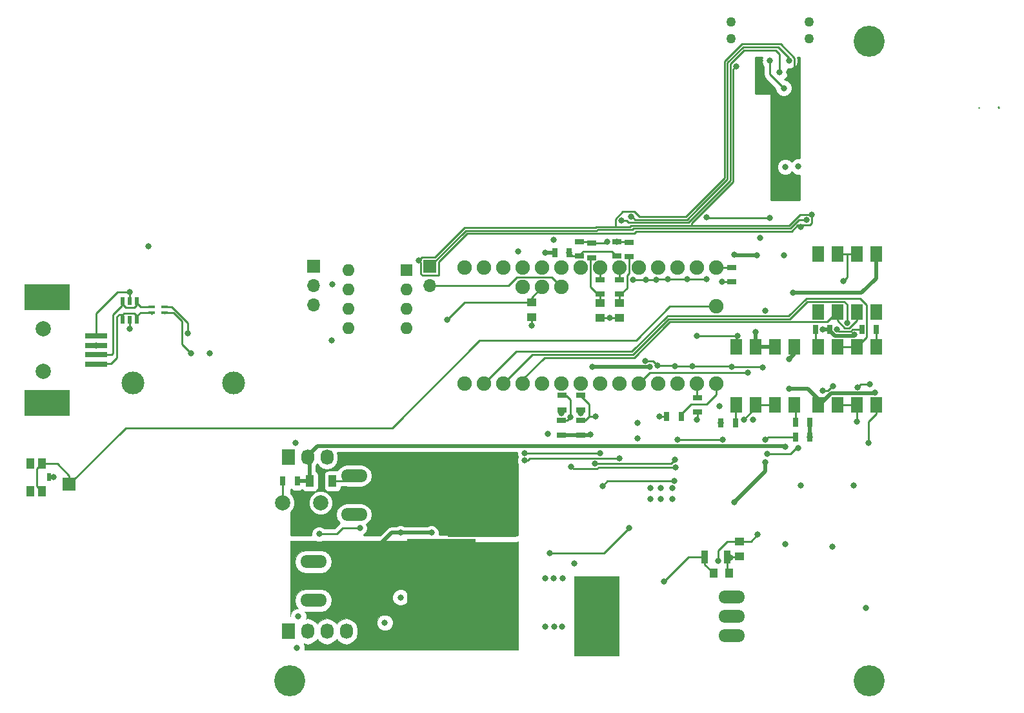
<source format=gbl>
G04 #@! TF.GenerationSoftware,KiCad,Pcbnew,5.1.9+dfsg1-1~bpo10+1*
G04 #@! TF.CreationDate,2021-11-10T17:09:55+00:00*
G04 #@! TF.ProjectId,dropbot_control_board,64726f70-626f-4745-9f63-6f6e74726f6c,v3.6*
G04 #@! TF.SameCoordinates,Original*
G04 #@! TF.FileFunction,Copper,L4,Bot*
G04 #@! TF.FilePolarity,Positive*
%FSLAX46Y46*%
G04 Gerber Fmt 4.6, Leading zero omitted, Abs format (unit mm)*
G04 Created by KiCad (PCBNEW 5.1.9+dfsg1-1~bpo10+1) date 2021-11-10 17:09:55*
%MOMM*%
%LPD*%
G01*
G04 APERTURE LIST*
G04 #@! TA.AperFunction,ComponentPad*
%ADD10C,3.000000*%
G04 #@! TD*
G04 #@! TA.AperFunction,ComponentPad*
%ADD11R,1.727200X2.032000*%
G04 #@! TD*
G04 #@! TA.AperFunction,ComponentPad*
%ADD12O,1.727200X2.032000*%
G04 #@! TD*
G04 #@! TA.AperFunction,ComponentPad*
%ADD13O,3.500120X1.699260*%
G04 #@! TD*
G04 #@! TA.AperFunction,SMDPad,CuDef*
%ADD14R,9.000000X11.000000*%
G04 #@! TD*
G04 #@! TA.AperFunction,SMDPad,CuDef*
%ADD15R,6.000000X10.500000*%
G04 #@! TD*
G04 #@! TA.AperFunction,SMDPad,CuDef*
%ADD16R,1.524000X2.032000*%
G04 #@! TD*
G04 #@! TA.AperFunction,ComponentPad*
%ADD17C,1.998980*%
G04 #@! TD*
G04 #@! TA.AperFunction,SMDPad,CuDef*
%ADD18R,0.700000X1.300000*%
G04 #@! TD*
G04 #@! TA.AperFunction,SMDPad,CuDef*
%ADD19R,0.900000X1.700000*%
G04 #@! TD*
G04 #@! TA.AperFunction,SMDPad,CuDef*
%ADD20R,1.300000X0.700000*%
G04 #@! TD*
G04 #@! TA.AperFunction,ComponentPad*
%ADD21C,1.270000*%
G04 #@! TD*
G04 #@! TA.AperFunction,SMDPad,CuDef*
%ADD22R,1.250000X1.000000*%
G04 #@! TD*
G04 #@! TA.AperFunction,ComponentPad*
%ADD23C,4.064000*%
G04 #@! TD*
G04 #@! TA.AperFunction,SMDPad,CuDef*
%ADD24R,1.000000X1.600000*%
G04 #@! TD*
G04 #@! TA.AperFunction,ComponentPad*
%ADD25R,1.700000X1.700000*%
G04 #@! TD*
G04 #@! TA.AperFunction,SMDPad,CuDef*
%ADD26R,0.500000X1.100000*%
G04 #@! TD*
G04 #@! TA.AperFunction,SMDPad,CuDef*
%ADD27R,1.050000X1.400000*%
G04 #@! TD*
G04 #@! TA.AperFunction,SMDPad,CuDef*
%ADD28R,2.997200X0.711200*%
G04 #@! TD*
G04 #@! TA.AperFunction,SMDPad,CuDef*
%ADD29R,6.045200X3.403600*%
G04 #@! TD*
G04 #@! TA.AperFunction,ComponentPad*
%ADD30C,2.000000*%
G04 #@! TD*
G04 #@! TA.AperFunction,ComponentPad*
%ADD31O,1.700000X1.700000*%
G04 #@! TD*
G04 #@! TA.AperFunction,ComponentPad*
%ADD32R,1.600000X1.600000*%
G04 #@! TD*
G04 #@! TA.AperFunction,ComponentPad*
%ADD33O,1.600000X1.600000*%
G04 #@! TD*
G04 #@! TA.AperFunction,SMDPad,CuDef*
%ADD34R,1.000000X1.250000*%
G04 #@! TD*
G04 #@! TA.AperFunction,SMDPad,CuDef*
%ADD35R,0.599440X1.099820*%
G04 #@! TD*
G04 #@! TA.AperFunction,SMDPad,CuDef*
%ADD36R,0.899160X0.398780*%
G04 #@! TD*
G04 #@! TA.AperFunction,ComponentPad*
%ADD37C,1.900000*%
G04 #@! TD*
G04 #@! TA.AperFunction,ViaPad*
%ADD38C,0.800000*%
G04 #@! TD*
G04 #@! TA.AperFunction,Conductor*
%ADD39C,0.254000*%
G04 #@! TD*
G04 #@! TA.AperFunction,Conductor*
%ADD40C,0.500000*%
G04 #@! TD*
G04 #@! TA.AperFunction,Conductor*
%ADD41C,0.100000*%
G04 #@! TD*
G04 APERTURE END LIST*
D10*
X60570000Y-69900000D03*
X47430000Y-69900000D03*
D11*
X67767000Y-102551000D03*
D12*
X70307000Y-102551000D03*
X72847000Y-102551000D03*
X75387000Y-102551000D03*
D13*
X76403000Y-84644000D03*
X76403000Y-87184000D03*
X76403000Y-82104000D03*
D14*
X93167000Y-84644000D03*
D13*
X71069000Y-95947000D03*
X71069000Y-98487000D03*
X71069000Y-93407000D03*
D14*
X87833000Y-95947000D03*
D13*
X126000000Y-100600000D03*
X126000000Y-98060000D03*
X126000000Y-103140000D03*
D15*
X108236000Y-100600000D03*
D16*
X137290000Y-65190000D03*
X139830000Y-65190000D03*
X142370000Y-65190000D03*
X144910000Y-65190000D03*
X144910000Y-72810000D03*
X142370000Y-72810000D03*
X139830000Y-72810000D03*
X137290000Y-72810000D03*
X134210000Y-72810000D03*
X131670000Y-72810000D03*
X129130000Y-72810000D03*
X126590000Y-72810000D03*
X126590000Y-65190000D03*
X129130000Y-65190000D03*
X131670000Y-65190000D03*
X134210000Y-65190000D03*
D11*
X67767000Y-79691000D03*
D12*
X70307000Y-79691000D03*
X72847000Y-79691000D03*
D17*
X72044360Y-85660000D03*
X67043100Y-85660000D03*
D18*
X143050000Y-62900000D03*
X144950000Y-62900000D03*
X138850000Y-62900000D03*
X136950000Y-62900000D03*
X136250000Y-77000000D03*
X134350000Y-77000000D03*
X124550000Y-75200000D03*
X126450000Y-75200000D03*
X136250000Y-75100000D03*
X134350000Y-75100000D03*
D19*
X122450000Y-92800000D03*
X125350000Y-92800000D03*
D20*
X110900000Y-53250000D03*
X110900000Y-51350000D03*
X106000000Y-53250000D03*
X106000000Y-51350000D03*
X106200000Y-74850000D03*
X106200000Y-76750000D03*
X103600000Y-74850000D03*
X103600000Y-76750000D03*
D21*
X136130800Y-22473200D03*
X125869200Y-22473200D03*
X136130800Y-24733800D03*
X125869200Y-24733800D03*
D22*
X108700000Y-59400000D03*
X108700000Y-61400000D03*
X111200000Y-61400000D03*
X111200000Y-59400000D03*
D18*
X104650000Y-52800000D03*
X102750000Y-52800000D03*
X67050000Y-82800000D03*
X68950000Y-82800000D03*
D20*
X103700000Y-73450000D03*
X103700000Y-71550000D03*
X106200000Y-73450000D03*
X106200000Y-71550000D03*
X108700000Y-58250000D03*
X108700000Y-56350000D03*
X111200000Y-58250000D03*
X111200000Y-56350000D03*
X107600000Y-51550000D03*
X107600000Y-53450000D03*
X112500000Y-51450000D03*
X112500000Y-53350000D03*
D23*
X144000000Y-25000000D03*
D18*
X119350000Y-74300000D03*
X117450000Y-74300000D03*
D20*
X121500000Y-73750000D03*
X121500000Y-71850000D03*
X126000000Y-54750000D03*
X126000000Y-56650000D03*
D23*
X68000000Y-109000000D03*
X144000000Y-109000000D03*
D24*
X73600000Y-82800000D03*
X70600000Y-82800000D03*
D25*
X39050000Y-83200000D03*
D26*
X36400000Y-82300000D03*
D27*
X33975000Y-80500000D03*
X33975000Y-84100000D03*
X35425000Y-80500000D03*
X35425000Y-84100000D03*
D28*
X42610400Y-63731830D03*
X42610400Y-64976430D03*
X42610400Y-66171030D03*
X42610400Y-67465630D03*
D29*
X36181660Y-58679770D03*
X36181660Y-72520230D03*
D30*
X35600000Y-62842830D03*
X35600000Y-68354630D03*
D25*
X71120000Y-54610000D03*
D31*
X71120000Y-57150000D03*
X71120000Y-59690000D03*
D25*
X86360000Y-54610000D03*
D31*
X86360000Y-57150000D03*
D32*
X83300000Y-55100000D03*
D33*
X75680000Y-62720000D03*
X83300000Y-57640000D03*
X75680000Y-60180000D03*
X83300000Y-60180000D03*
X75680000Y-57640000D03*
X83300000Y-62720000D03*
X75680000Y-55100000D03*
D16*
X144910000Y-60610000D03*
X142370000Y-60610000D03*
X139830000Y-60610000D03*
X137290000Y-60610000D03*
X137290000Y-52990000D03*
X139830000Y-52990000D03*
X142370000Y-52990000D03*
X144910000Y-52990000D03*
D34*
X125600000Y-94900000D03*
X123600000Y-94900000D03*
D22*
X127000000Y-90700000D03*
X127000000Y-92700000D03*
X99700000Y-61300000D03*
X99700000Y-59300000D03*
D35*
X47949960Y-61649680D03*
X47000000Y-61649680D03*
X46050040Y-61649680D03*
X46050040Y-59150320D03*
X47000000Y-59150320D03*
X47949960Y-59150320D03*
D36*
X49851640Y-60698780D03*
X51548360Y-60698780D03*
X51548360Y-59901220D03*
X49851640Y-59901220D03*
D37*
X98564000Y-57320000D03*
X101104000Y-57320000D03*
X103644000Y-57320000D03*
X123964000Y-59860000D03*
X93484000Y-70020000D03*
X96024000Y-70020000D03*
X98564000Y-70020000D03*
X101104000Y-70020000D03*
X103644000Y-70020000D03*
X106184000Y-70020000D03*
X108724000Y-70020000D03*
X111264000Y-70020000D03*
X113804000Y-70020000D03*
X116344000Y-70020000D03*
X118884000Y-70020000D03*
X121424000Y-70020000D03*
X123964000Y-70020000D03*
X123964000Y-54780000D03*
X121424000Y-54780000D03*
X118884000Y-54780000D03*
X116344000Y-54780000D03*
X113804000Y-54780000D03*
X111264000Y-54780000D03*
X108724000Y-54780000D03*
X106184000Y-54780000D03*
X103644000Y-54780000D03*
X101104000Y-54780000D03*
X98564000Y-54780000D03*
X96024000Y-54780000D03*
X93484000Y-54780000D03*
X90944000Y-54780000D03*
X90944000Y-70020000D03*
D38*
X122700000Y-56300000D03*
X120100000Y-56300000D03*
X120800000Y-67700000D03*
X117600000Y-56300000D03*
X118500000Y-67700000D03*
X114600000Y-67000000D03*
X130000000Y-67900000D03*
X126000000Y-67800000D03*
X116100000Y-56400000D03*
X116200000Y-67600000D03*
X113000000Y-56400000D03*
X114700000Y-56400000D03*
X142000000Y-83400000D03*
X135000000Y-83400000D03*
X102700000Y-101900000D03*
X103700000Y-101900000D03*
X101500000Y-101900000D03*
X102600000Y-95600000D03*
X103800000Y-95600000D03*
X101500000Y-95600000D03*
X110000000Y-61400000D03*
X99700000Y-62400000D03*
X129400000Y-89800000D03*
X127000000Y-90700000D03*
X124155000Y-93280000D03*
X57500000Y-66000000D03*
X135000000Y-49400000D03*
X137900000Y-70900000D03*
X144100000Y-70100000D03*
X142500000Y-70500000D03*
X139300000Y-70300000D03*
X139800000Y-62900000D03*
X133540000Y-29102600D03*
X126600000Y-28300000D03*
X84900000Y-53800000D03*
X136500000Y-47800000D03*
X137290000Y-52990000D03*
X143900000Y-77800000D03*
X73550000Y-57000000D03*
X73500000Y-64300000D03*
X133000000Y-44600000D03*
X133000000Y-45600000D03*
X129730000Y-27578600D03*
X131800000Y-44600000D03*
X69100000Y-100600000D03*
X68700000Y-77800000D03*
X80451000Y-101408000D03*
X82499000Y-98072980D03*
X124550000Y-75200000D03*
X128800000Y-74700000D03*
X113600000Y-77200000D03*
X102600000Y-51100000D03*
X105300000Y-93600000D03*
X116662000Y-85152000D03*
X118186000Y-83755000D03*
X118186000Y-85152000D03*
X116662000Y-83755000D03*
X115265000Y-83755000D03*
X115265000Y-85152000D03*
X139200000Y-91400000D03*
X133000000Y-91100000D03*
X143600000Y-99500000D03*
X132800000Y-53150000D03*
X129700000Y-50900000D03*
X68900000Y-104700000D03*
X121400000Y-63700000D03*
X126700000Y-63700000D03*
X109000000Y-83450000D03*
X118400000Y-82800000D03*
X86563000Y-89597000D03*
X82499000Y-89597000D03*
X129100000Y-63200000D03*
X71831000Y-89724000D03*
X77165000Y-88962000D03*
X135800000Y-48500000D03*
X132800000Y-31200000D03*
X131000000Y-27578600D03*
X142400000Y-75000000D03*
X140600000Y-56500000D03*
X88600000Y-61600000D03*
X128100000Y-68600000D03*
X141100000Y-62000000D03*
X134000000Y-58100000D03*
X133500000Y-70700000D03*
X144800000Y-71200000D03*
X133500000Y-66800000D03*
X133000000Y-78300000D03*
X111500000Y-48600000D03*
X109600000Y-51400000D03*
X132270000Y-29102600D03*
X112800000Y-48100000D03*
X110900000Y-51400000D03*
X133540000Y-27578600D03*
X98800000Y-80100000D03*
X111200000Y-79800000D03*
X98800000Y-79100000D03*
X108700000Y-79100000D03*
X104800000Y-74400000D03*
X104900000Y-80900000D03*
X118600000Y-81000000D03*
X108000000Y-80500000D03*
X108100000Y-74300000D03*
X118500000Y-80000000D03*
X130600000Y-79200000D03*
X134700000Y-78500000D03*
X122650000Y-48160000D03*
X131000000Y-48240000D03*
X130400000Y-77400000D03*
X129130000Y-72810000D03*
X127600000Y-74700000D03*
X124700000Y-56600000D03*
X118900000Y-77400000D03*
X124800000Y-77400000D03*
X103600000Y-73900000D03*
X106200000Y-73900000D03*
X104600000Y-52800000D03*
X116450000Y-74300000D03*
X121400000Y-74700000D03*
X36957000Y-82296000D03*
X42610400Y-64976430D03*
X47000000Y-62800000D03*
X35433000Y-72644000D03*
X33909000Y-80518000D03*
X33975000Y-84100000D03*
X35581660Y-58679770D03*
X49400000Y-52000000D03*
X133000000Y-41550000D03*
X134700000Y-41500000D03*
X47000008Y-58000000D03*
X54600000Y-63400000D03*
X55000000Y-66000000D03*
X137290000Y-60610000D03*
X144900000Y-60700000D03*
X117100000Y-96000000D03*
X125800000Y-92900000D03*
X102100000Y-92300000D03*
X112500000Y-89000000D03*
X124400000Y-73000000D03*
X130400000Y-60400000D03*
X130400000Y-80300000D03*
X126300000Y-85600000D03*
X142100000Y-63600000D03*
X129300000Y-53150000D03*
X126300000Y-53100000D03*
X137900000Y-62900000D03*
X101800000Y-76600000D03*
X97950000Y-52600000D03*
X136250000Y-77000000D03*
X113600000Y-75200000D03*
X101500000Y-52800000D03*
X115200000Y-67800000D03*
X107700000Y-67800000D03*
X107400000Y-76700000D03*
D39*
X158424000Y-33726000D02*
X158400000Y-33750000D01*
X160964000Y-33714000D02*
X161000000Y-33750000D01*
X116200000Y-67600000D02*
X115600000Y-67000000D01*
X115600000Y-67000000D02*
X114600000Y-67000000D01*
X126000000Y-67800000D02*
X129900000Y-67800000D01*
X129900000Y-67800000D02*
X130000000Y-67900000D01*
X120800000Y-67700000D02*
X125900000Y-67700000D01*
X125900000Y-67700000D02*
X126000000Y-67800000D01*
X120800000Y-67700000D02*
X118500000Y-67700000D01*
X118400000Y-67600000D02*
X118500000Y-67700000D01*
X116200000Y-67600000D02*
X118400000Y-67600000D01*
X114700000Y-56400000D02*
X113000000Y-56400000D01*
X116100000Y-56400000D02*
X114700000Y-56400000D01*
X116200000Y-56300000D02*
X116100000Y-56400000D01*
X117600000Y-56300000D02*
X120100000Y-56300000D01*
X120100000Y-56300000D02*
X122700000Y-56300000D01*
X117600000Y-56300000D02*
X116200000Y-56300000D01*
X111200000Y-61400000D02*
X110000000Y-61400000D01*
X110000000Y-61400000D02*
X108700000Y-61400000D01*
X99700000Y-61300000D02*
X99700000Y-62400000D01*
X127000000Y-90700000D02*
X128500000Y-90700000D01*
X128500000Y-90700000D02*
X129400000Y-89800000D01*
X124155000Y-93280000D02*
X124155000Y-91945000D01*
X125400000Y-90700000D02*
X127000000Y-90700000D01*
X124155000Y-91945000D02*
X125400000Y-90700000D01*
X137900000Y-70900000D02*
X138600000Y-70900000D01*
X134900000Y-49300000D02*
X135000000Y-49400000D01*
X134900000Y-49200000D02*
X134900000Y-49300000D01*
X142900000Y-70100000D02*
X144100000Y-70100000D01*
X142500000Y-70500000D02*
X142900000Y-70100000D01*
X139200000Y-70300000D02*
X139300000Y-70300000D01*
X138600000Y-70900000D02*
X139200000Y-70300000D01*
X143050000Y-62900000D02*
X142800000Y-62900000D01*
X143050000Y-62900000D02*
X141800000Y-62900000D01*
X140000000Y-63100000D02*
X139800000Y-62900000D01*
X141600000Y-63100000D02*
X140000000Y-63100000D01*
X141800000Y-62900000D02*
X141600000Y-63100000D01*
X110700000Y-49418998D02*
X110700000Y-48400000D01*
X133537400Y-29100000D02*
X133540000Y-29102600D01*
X133537400Y-29100000D02*
X133500000Y-29100000D01*
X134200000Y-28442600D02*
X133540000Y-29102600D01*
X134200000Y-27200000D02*
X134200000Y-28442600D01*
X132400000Y-25400000D02*
X134200000Y-27200000D01*
X127322364Y-25400000D02*
X132400000Y-25400000D01*
X125037996Y-27684368D02*
X127322364Y-25400000D01*
X125037996Y-42984368D02*
X125037996Y-27684368D01*
X119946372Y-48075992D02*
X125037996Y-42984368D01*
X113900000Y-48075992D02*
X119946372Y-48075992D01*
X113224008Y-47400000D02*
X113900000Y-48075992D01*
X111700000Y-47400000D02*
X113224008Y-47400000D01*
X110700000Y-48400000D02*
X111700000Y-47400000D01*
X126600000Y-28300000D02*
X126581002Y-28300000D01*
X120700000Y-48938818D02*
X126181002Y-43457816D01*
X120700000Y-48938818D02*
X120700000Y-49218998D01*
X126181002Y-28700000D02*
X126181002Y-43457816D01*
X126581002Y-28300000D02*
X126181002Y-28700000D01*
X84900000Y-53800000D02*
X85200000Y-54100000D01*
X134961182Y-47800000D02*
X133542184Y-49218998D01*
X133542184Y-49218998D02*
X120700000Y-49218998D01*
X120700000Y-49218998D02*
X112800000Y-49218998D01*
X112800000Y-49218998D02*
X112600000Y-49418998D01*
X112600000Y-49418998D02*
X110700000Y-49418998D01*
X110700000Y-49418998D02*
X108200000Y-49418998D01*
X108200000Y-49418998D02*
X108100000Y-49518998D01*
X108100000Y-49518998D02*
X90912184Y-49518998D01*
X90912184Y-49518998D02*
X87031182Y-53400000D01*
X87031182Y-53400000D02*
X85300000Y-53400000D01*
X85300000Y-53400000D02*
X84900000Y-53800000D01*
X136500000Y-47800000D02*
X134961182Y-47800000D01*
X136500000Y-48900000D02*
X136500000Y-47800000D01*
X136200000Y-49200000D02*
X136500000Y-48900000D01*
X134638818Y-49200000D02*
X134900000Y-49200000D01*
X134900000Y-49200000D02*
X136200000Y-49200000D01*
X133838818Y-50000000D02*
X134638818Y-49200000D01*
X113481002Y-50000000D02*
X133838818Y-50000000D01*
X113200000Y-50281002D02*
X113481002Y-50000000D01*
X91227816Y-50281002D02*
X113200000Y-50281002D01*
X87554409Y-53954409D02*
X91227816Y-50281002D01*
X87554409Y-55745591D02*
X87554409Y-53954409D01*
X87500000Y-55800000D02*
X87554409Y-55745591D01*
X85400000Y-55800000D02*
X87500000Y-55800000D01*
X85200000Y-55600000D02*
X85400000Y-55800000D01*
X85200000Y-54100000D02*
X85200000Y-55600000D01*
X144910000Y-72810000D02*
X144910000Y-73990000D01*
X143900000Y-75000000D02*
X143900000Y-77800000D01*
X144910000Y-73990000D02*
X143900000Y-75000000D01*
X129700000Y-27600000D02*
X129708600Y-27600000D01*
X129708600Y-27600000D02*
X129730000Y-27578600D01*
X80500000Y-101400000D02*
X80459000Y-101400000D01*
X80459000Y-101400000D02*
X80451000Y-101408000D01*
X82500000Y-98100000D02*
X82500000Y-98073980D01*
X82500000Y-98073980D02*
X82499000Y-98072980D01*
X75707000Y-82800000D02*
X76403000Y-82104000D01*
X73600000Y-82800000D02*
X75707000Y-82800000D01*
D40*
X132800000Y-53150000D02*
X132800000Y-53200000D01*
D39*
X121400000Y-63700000D02*
X126700000Y-63700000D01*
X126700000Y-63700000D02*
X126590000Y-63810000D01*
X126590000Y-63810000D02*
X126590000Y-65190000D01*
X126600000Y-65180000D02*
X126590000Y-65190000D01*
X109650000Y-82800000D02*
X118400000Y-82800000D01*
X109000000Y-83450000D02*
X109650000Y-82800000D01*
X126450000Y-75200000D02*
X126450000Y-72950000D01*
X126450000Y-72950000D02*
X126590000Y-72810000D01*
D40*
X82499000Y-89597000D02*
X86563000Y-89597000D01*
X71069000Y-95947000D02*
X75006000Y-95947000D01*
X81356000Y-89597000D02*
X82499000Y-89597000D01*
X75006000Y-95947000D02*
X81356000Y-89597000D01*
X129130000Y-65190000D02*
X131670000Y-65190000D01*
X129130000Y-63230000D02*
X129130000Y-65190000D01*
X129100000Y-63200000D02*
X129130000Y-63230000D01*
D39*
X71831000Y-89724000D02*
X74117000Y-89724000D01*
X74117000Y-89724000D02*
X74879000Y-88962000D01*
X74879000Y-88962000D02*
X77165000Y-88962000D01*
X91070000Y-49900000D02*
X108300000Y-49900000D01*
X86360000Y-54610000D02*
X91070000Y-49900000D01*
X134800000Y-48500000D02*
X135800000Y-48500000D01*
X133700000Y-49600000D02*
X113100000Y-49600000D01*
X134800000Y-48500000D02*
X133700000Y-49600000D01*
X112900000Y-49800000D02*
X113100000Y-49600000D01*
X108300000Y-49900000D02*
X108400000Y-49800000D01*
X112900000Y-49800000D02*
X108400000Y-49800000D01*
X131000000Y-27578600D02*
X131000000Y-29400000D01*
X131000000Y-29400000D02*
X132800000Y-31200000D01*
X130800000Y-27778600D02*
X131000000Y-27578600D01*
X142370000Y-72810000D02*
X142370000Y-74970000D01*
X142370000Y-74970000D02*
X142400000Y-75000000D01*
X139830000Y-72810000D02*
X142370000Y-72810000D01*
X141100000Y-52990000D02*
X141100000Y-56000000D01*
X141100000Y-56000000D02*
X140600000Y-56500000D01*
X139830000Y-52990000D02*
X141100000Y-52990000D01*
X141100000Y-52990000D02*
X142370000Y-52990000D01*
X99700000Y-59300000D02*
X99700000Y-58724000D01*
X99700000Y-58724000D02*
X101104000Y-57320000D01*
X90900000Y-59300000D02*
X99700000Y-59300000D01*
X88600000Y-61600000D02*
X90900000Y-59300000D01*
X86360000Y-57150000D02*
X96650000Y-57150000D01*
X102324000Y-56000000D02*
X103644000Y-57320000D01*
X97800000Y-56000000D02*
X102324000Y-56000000D01*
X96650000Y-57150000D02*
X97800000Y-56000000D01*
X113804000Y-70020000D02*
X113804000Y-69996000D01*
X113804000Y-69996000D02*
X115200000Y-68600000D01*
X115200000Y-68600000D02*
X128100000Y-68600000D01*
X136200000Y-58818998D02*
X135761182Y-58818998D01*
X136200000Y-58818998D02*
X142818998Y-58818998D01*
X142370000Y-65190000D02*
X143700000Y-63860000D01*
X143700000Y-59700000D02*
X143700000Y-63860000D01*
X142818998Y-58818998D02*
X143700000Y-59700000D01*
X133442184Y-61137996D02*
X117545550Y-61137996D01*
X135761182Y-58818998D02*
X133442184Y-61137996D01*
X97704000Y-65800000D02*
X93484000Y-70020000D01*
X117500000Y-61183546D02*
X112883546Y-65800000D01*
X112883546Y-65800000D02*
X97704000Y-65800000D01*
X140800000Y-65190000D02*
X140800000Y-65200000D01*
X140800000Y-65200000D02*
X140800000Y-65190000D01*
X142370000Y-65190000D02*
X140800000Y-65190000D01*
X140800000Y-65190000D02*
X139830000Y-65190000D01*
X139830000Y-65190000D02*
X139830000Y-65430000D01*
X139830000Y-65190000D02*
X139830000Y-64730000D01*
X144950000Y-62900000D02*
X144950000Y-65150000D01*
X144950000Y-65150000D02*
X144910000Y-65190000D01*
X144910000Y-63060000D02*
X144750000Y-62900000D01*
X144900000Y-65180000D02*
X144910000Y-65190000D01*
X136200000Y-59211182D02*
X135907816Y-59211182D01*
X113022364Y-66200000D02*
X99844000Y-66200000D01*
X99844000Y-66200000D02*
X96024000Y-70020000D01*
X117703366Y-61518998D02*
X113022364Y-66200000D01*
X133600000Y-61518998D02*
X117703366Y-61518998D01*
X135907816Y-59211182D02*
X133600000Y-61518998D01*
X140711182Y-59211182D02*
X136200000Y-59211182D01*
X141100000Y-62000000D02*
X141100000Y-59600000D01*
X140711182Y-59211182D02*
X141100000Y-59600000D01*
X136950000Y-62900000D02*
X136950000Y-64850000D01*
X136950000Y-64850000D02*
X137290000Y-65190000D01*
X137300000Y-65180000D02*
X137290000Y-65190000D01*
X137300000Y-65180000D02*
X137290000Y-65190000D01*
X117861182Y-61900000D02*
X117530591Y-62230591D01*
X101400000Y-66600000D02*
X113161182Y-66600000D01*
X98564000Y-69436000D02*
X101400000Y-66600000D01*
X138500000Y-61900000D02*
X117861182Y-61900000D01*
X138500000Y-61900000D02*
X139790000Y-60610000D01*
X117530591Y-62230591D02*
X113161182Y-66600000D01*
X139830000Y-60610000D02*
X139790000Y-60610000D01*
X139830000Y-60610000D02*
X139830000Y-61730000D01*
X142370000Y-61730000D02*
X142370000Y-60610000D01*
X141400000Y-62700000D02*
X142370000Y-61730000D01*
X140800000Y-62700000D02*
X141400000Y-62700000D01*
X139830000Y-61730000D02*
X140800000Y-62700000D01*
X98564000Y-70020000D02*
X98564000Y-69436000D01*
D40*
X144910000Y-52990000D02*
X144910000Y-56190000D01*
X143000000Y-58100000D02*
X134000000Y-58100000D01*
X144910000Y-56190000D02*
X143000000Y-58100000D01*
X137290000Y-72810000D02*
X137290000Y-71990000D01*
X137290000Y-71990000D02*
X136000000Y-70700000D01*
X136000000Y-70700000D02*
X133500000Y-70700000D01*
X137290000Y-72810000D02*
X137490000Y-72810000D01*
X137490000Y-72810000D02*
X139000000Y-71300000D01*
X144700000Y-71300000D02*
X144800000Y-71200000D01*
X139000000Y-71300000D02*
X144700000Y-71300000D01*
X144910000Y-52990000D02*
X144910000Y-52510000D01*
X137290000Y-72810000D02*
X137290000Y-72610000D01*
X137290000Y-72810000D02*
X137290000Y-72790000D01*
X68950000Y-82800000D02*
X70600000Y-82800000D01*
X70307000Y-79691000D02*
X70307000Y-79493000D01*
X70307000Y-79493000D02*
X71600000Y-78200000D01*
X133500000Y-66800000D02*
X134210000Y-66090000D01*
X132900000Y-78200000D02*
X133000000Y-78300000D01*
X71600000Y-78200000D02*
X132900000Y-78200000D01*
X134210000Y-66090000D02*
X134210000Y-65190000D01*
X70600000Y-82800000D02*
X70600000Y-79984000D01*
X70600000Y-79984000D02*
X70307000Y-79691000D01*
D39*
X111500000Y-48600000D02*
X112200000Y-48600000D01*
X109450000Y-51550000D02*
X109600000Y-51400000D01*
X107600000Y-51550000D02*
X109450000Y-51550000D01*
X120262004Y-48837996D02*
X121400000Y-47700000D01*
X112437996Y-48837996D02*
X120262004Y-48837996D01*
X112200000Y-48600000D02*
X112437996Y-48837996D01*
X132270000Y-29102600D02*
X132300000Y-29072600D01*
X125800000Y-28000000D02*
X125800000Y-43300000D01*
X127600000Y-26200000D02*
X125800000Y-28000000D01*
X131700000Y-26200000D02*
X127600000Y-26200000D01*
X132270000Y-26770000D02*
X131700000Y-26200000D01*
X132270000Y-29102600D02*
X132270000Y-26770000D01*
X121400000Y-47700000D02*
X125800000Y-43300000D01*
X106000000Y-51350000D02*
X107400000Y-51350000D01*
X112800000Y-48100000D02*
X112943006Y-48100000D01*
X110900000Y-51350000D02*
X110900000Y-51400000D01*
X120104188Y-48456994D02*
X121561182Y-47000000D01*
X113300000Y-48456994D02*
X120104188Y-48456994D01*
X112943006Y-48100000D02*
X113300000Y-48456994D01*
X133500000Y-27538600D02*
X133540000Y-27578600D01*
X125418998Y-43142184D02*
X121561182Y-47000000D01*
X125418998Y-27842184D02*
X125418998Y-43142184D01*
X127461182Y-25800000D02*
X125418998Y-27842184D01*
X132100000Y-25800000D02*
X127461182Y-25800000D01*
X133500000Y-27200000D02*
X132100000Y-25800000D01*
X133500000Y-27538600D02*
X133500000Y-27200000D01*
X110900000Y-51350000D02*
X112400000Y-51350000D01*
X112400000Y-51350000D02*
X112500000Y-51450000D01*
X98800000Y-80100000D02*
X99181002Y-80100000D01*
X99481002Y-79800000D02*
X111200000Y-79800000D01*
X99181002Y-80100000D02*
X99481002Y-79800000D01*
X98800000Y-79100000D02*
X108700000Y-79100000D01*
X118600000Y-81000000D02*
X108500000Y-81000000D01*
X105200000Y-81200000D02*
X104900000Y-80900000D01*
X108300000Y-81200000D02*
X105200000Y-81200000D01*
X108500000Y-81000000D02*
X108300000Y-81200000D01*
X118500000Y-80900000D02*
X118600000Y-81000000D01*
X103650000Y-71575000D02*
X104275000Y-71575000D01*
X104275000Y-71575000D02*
X104800000Y-72100000D01*
X104800000Y-72100000D02*
X104800000Y-74400000D01*
X104800000Y-74400000D02*
X104350000Y-74850000D01*
X104350000Y-74850000D02*
X103600000Y-74850000D01*
X103600000Y-74850000D02*
X104150000Y-74850000D01*
X108000000Y-80500000D02*
X118000000Y-80500000D01*
X107300000Y-74300000D02*
X108100000Y-74300000D01*
X118000000Y-80500000D02*
X118500000Y-80000000D01*
X106200000Y-74850000D02*
X106750000Y-74850000D01*
X106750000Y-74850000D02*
X107300000Y-74300000D01*
X107300000Y-74300000D02*
X107300000Y-72725000D01*
X107300000Y-72725000D02*
X106175000Y-71600000D01*
X134400000Y-78500000D02*
X133700000Y-79200000D01*
X133700000Y-79200000D02*
X130600000Y-79200000D01*
X134700000Y-78500000D02*
X134400000Y-78500000D01*
X122650000Y-48160000D02*
X122730000Y-48240000D01*
X122730000Y-48240000D02*
X131000000Y-48240000D01*
X129130000Y-72810000D02*
X131670000Y-72810000D01*
X130800000Y-77000000D02*
X134350000Y-77000000D01*
X130400000Y-77400000D02*
X130800000Y-77000000D01*
X129130000Y-73170000D02*
X129130000Y-72810000D01*
X129130000Y-73170000D02*
X127600000Y-74700000D01*
X124750000Y-56650000D02*
X124700000Y-56600000D01*
X126000000Y-56650000D02*
X124750000Y-56650000D01*
X124800000Y-77400000D02*
X118900000Y-77400000D01*
X103700000Y-73450000D02*
X103700000Y-73800000D01*
X103700000Y-73800000D02*
X103600000Y-73900000D01*
X106200000Y-73900000D02*
X106200000Y-73450000D01*
X104600000Y-52800000D02*
X104650000Y-52800000D01*
X110900000Y-53250000D02*
X110900000Y-53200000D01*
X106000000Y-53250000D02*
X106000000Y-53100000D01*
X106000000Y-53100000D02*
X106500000Y-52600000D01*
X110250000Y-52600000D02*
X110900000Y-53250000D01*
X106500000Y-52600000D02*
X110250000Y-52600000D01*
X106000000Y-53250000D02*
X105100000Y-53250000D01*
X105100000Y-53250000D02*
X104650000Y-52800000D01*
X108700000Y-58250000D02*
X108350000Y-58250000D01*
X108350000Y-58250000D02*
X107400000Y-57300000D01*
X107400000Y-57300000D02*
X107400000Y-53650000D01*
X107400000Y-53650000D02*
X107600000Y-53450000D01*
X108700000Y-58250000D02*
X108700000Y-59400000D01*
X112250000Y-57450000D02*
X112250000Y-55750000D01*
X112500000Y-55500000D02*
X112500000Y-53350000D01*
X112250000Y-55750000D02*
X112500000Y-55500000D01*
X111200000Y-58250000D02*
X111450000Y-58250000D01*
X111450000Y-58250000D02*
X112250000Y-57450000D01*
X111200000Y-58250000D02*
X111200000Y-59400000D01*
X67050000Y-82800000D02*
X67050000Y-85653100D01*
X67050000Y-85653100D02*
X67043100Y-85660000D01*
X134350000Y-75100000D02*
X134350000Y-72950000D01*
X134350000Y-72950000D02*
X134210000Y-72810000D01*
X108700000Y-56350000D02*
X108700000Y-54804000D01*
X108700000Y-54804000D02*
X108724000Y-54780000D01*
X111200000Y-56350000D02*
X111200000Y-54844000D01*
X111200000Y-54844000D02*
X111264000Y-54780000D01*
X111275000Y-54769000D02*
X111264000Y-54780000D01*
X119350000Y-74300000D02*
X119350000Y-73950000D01*
X119350000Y-73950000D02*
X120600000Y-72700000D01*
X120600000Y-72700000D02*
X122700000Y-72700000D01*
X122700000Y-72700000D02*
X123964000Y-71436000D01*
X123964000Y-71436000D02*
X123964000Y-70020000D01*
X117450000Y-74300000D02*
X116450000Y-74300000D01*
X121424000Y-70020000D02*
X121424000Y-71774000D01*
X121424000Y-71774000D02*
X121500000Y-71850000D01*
X121500000Y-73750000D02*
X121500000Y-74600000D01*
X121500000Y-74600000D02*
X121400000Y-74700000D01*
X123964000Y-54780000D02*
X125970000Y-54780000D01*
X125970000Y-54780000D02*
X126000000Y-54750000D01*
X36400000Y-82300000D02*
X36953000Y-82300000D01*
X36953000Y-82300000D02*
X36957000Y-82296000D01*
X33927000Y-80500000D02*
X33909000Y-80518000D01*
X33950000Y-80500000D02*
X33927000Y-80500000D01*
X47000000Y-61649680D02*
X47000000Y-62800000D01*
X33975000Y-84100000D02*
X33950000Y-84100000D01*
X133000000Y-41550000D02*
X133000000Y-41500000D01*
X42676030Y-67400000D02*
X44500000Y-67400000D01*
X45300000Y-61200000D02*
X45600000Y-60900000D01*
X45600000Y-60900000D02*
X45950000Y-60900000D01*
X45950000Y-60900000D02*
X46050040Y-61000040D01*
X44500000Y-67400000D02*
X45300000Y-66600000D01*
X45300000Y-61200000D02*
X45300000Y-66600000D01*
X42676030Y-67400000D02*
X42610400Y-67465630D01*
X46250080Y-60800000D02*
X46050040Y-61000040D01*
X47949960Y-61149960D02*
X47600000Y-60800000D01*
X47600000Y-60800000D02*
X46250080Y-60800000D01*
X46050040Y-61000040D02*
X46050040Y-61649680D01*
X49851640Y-60848360D02*
X49851640Y-60698780D01*
X49851640Y-60698780D02*
X48401140Y-60698780D01*
X48401140Y-60698780D02*
X47949960Y-61149960D01*
X47949960Y-61149960D02*
X47949960Y-61649680D01*
X47949960Y-61149960D02*
X47949960Y-61649680D01*
X42639370Y-66200000D02*
X44600000Y-66200000D01*
X44800000Y-66000000D02*
X44600000Y-66200000D01*
X45925040Y-59774960D02*
X45875040Y-59774960D01*
X44800000Y-65900000D02*
X44800000Y-60900000D01*
X44800000Y-60900000D02*
X45925040Y-59774960D01*
X45875040Y-59774960D02*
X46050040Y-59599960D01*
X44800000Y-65900000D02*
X44800000Y-66000000D01*
X42639370Y-66200000D02*
X42610400Y-66171030D01*
X46050040Y-59599960D02*
X46050040Y-59150320D01*
X46050040Y-59599960D02*
X46050040Y-59150320D01*
X47600000Y-60000000D02*
X46450080Y-60000000D01*
X46450080Y-60000000D02*
X46050040Y-59599960D01*
X47949960Y-59650040D02*
X47600000Y-60000000D01*
X46050040Y-59599960D02*
X46050040Y-59150320D01*
X46050040Y-59599960D02*
X46050040Y-59150320D01*
X49851640Y-59901220D02*
X48401220Y-59901220D01*
X48401220Y-59901220D02*
X47949960Y-59449960D01*
X47949960Y-59449960D02*
X47949960Y-59150320D01*
X47949960Y-59549960D02*
X47949960Y-59150320D01*
X47949960Y-59650040D02*
X47949960Y-59150320D01*
X47949960Y-59550040D02*
X47949960Y-59150320D01*
X42610400Y-63731830D02*
X42610400Y-60789600D01*
X45400000Y-58000000D02*
X47000008Y-58000000D01*
X42610400Y-60789600D02*
X45400000Y-58000000D01*
X47000000Y-58300000D02*
X47000000Y-58000008D01*
X47000000Y-58000008D02*
X47000008Y-58000000D01*
X47000000Y-59150320D02*
X47000000Y-58300000D01*
X51548360Y-59901220D02*
X52501220Y-59901220D01*
X54600000Y-62000000D02*
X54600000Y-63400000D01*
X52501220Y-59901220D02*
X54600000Y-62000000D01*
X51548360Y-60698780D02*
X52698780Y-60698780D01*
X53800000Y-61800000D02*
X52698780Y-60698780D01*
X53800000Y-64800000D02*
X53800000Y-61800000D01*
X53800000Y-64800000D02*
X55000000Y-66000000D01*
X51548360Y-60698780D02*
X51548360Y-60748360D01*
X144900000Y-60700000D02*
X144910000Y-60690000D01*
X144910000Y-60690000D02*
X144910000Y-60610000D01*
X122450000Y-92800000D02*
X122450000Y-93750000D01*
X122450000Y-93750000D02*
X123600000Y-94900000D01*
X122450000Y-92800000D02*
X120300000Y-92800000D01*
X120300000Y-92800000D02*
X117100000Y-96000000D01*
X125350000Y-92800000D02*
X125350000Y-94650000D01*
X125350000Y-94650000D02*
X125600000Y-94900000D01*
X125350000Y-94650000D02*
X125600000Y-94900000D01*
X125350000Y-92800000D02*
X126900000Y-92800000D01*
X126900000Y-92800000D02*
X127000000Y-92700000D01*
X125800000Y-92900000D02*
X125350000Y-92800000D01*
X123964000Y-59860000D02*
X117840000Y-59860000D01*
X46450000Y-75800000D02*
X39050000Y-83200000D01*
X81400000Y-75800000D02*
X46450000Y-75800000D01*
X92900000Y-64300000D02*
X81400000Y-75800000D01*
X113400000Y-64300000D02*
X92900000Y-64300000D01*
X117840000Y-59860000D02*
X113400000Y-64300000D01*
X35425000Y-80500000D02*
X35425000Y-80462500D01*
X35425000Y-80462500D02*
X34754001Y-81133499D01*
X34754001Y-81133499D02*
X34754001Y-83458501D01*
X34754001Y-83458501D02*
X35425000Y-84129500D01*
X35425000Y-84129500D02*
X35425000Y-84100000D01*
X37454000Y-80500000D02*
X39050000Y-82096000D01*
X35425000Y-80500000D02*
X37454000Y-80500000D01*
X39050000Y-82096000D02*
X39050000Y-83200000D01*
X109200000Y-92300000D02*
X102100000Y-92300000D01*
X112500000Y-89000000D02*
X109200000Y-92300000D01*
D40*
X130400000Y-81500000D02*
X130400000Y-80300000D01*
X126300000Y-85600000D02*
X130400000Y-81500000D01*
X138850000Y-62900000D02*
X138850000Y-63050000D01*
X138850000Y-63050000D02*
X139500000Y-63700000D01*
X142000000Y-63700000D02*
X142100000Y-63600000D01*
X139500000Y-63700000D02*
X142000000Y-63700000D01*
X129300000Y-53150000D02*
X126350000Y-53150000D01*
X129300000Y-53100000D02*
X129300000Y-53150000D01*
X126350000Y-53150000D02*
X126300000Y-53100000D01*
X138850000Y-62900000D02*
X137900000Y-62900000D01*
X97950000Y-52600000D02*
X98000000Y-52600000D01*
X136250000Y-75100000D02*
X136250000Y-77000000D01*
X102750000Y-52800000D02*
X101500000Y-52800000D01*
X107350000Y-76750000D02*
X106200000Y-76750000D01*
X106200000Y-76750000D02*
X103600000Y-76750000D01*
X115200000Y-67800000D02*
X107700000Y-67800000D01*
X107400000Y-76700000D02*
X107350000Y-76750000D01*
D41*
X71621226Y-90773818D02*
X72038942Y-90774182D01*
X72339485Y-90650000D01*
X88256189Y-90650000D01*
X88409159Y-90754520D01*
X88667000Y-90806734D01*
X97667000Y-90806734D01*
X97907876Y-90761410D01*
X97950000Y-90734304D01*
X97950000Y-104950000D01*
X69933115Y-104950000D01*
X69949818Y-104909774D01*
X69950182Y-104492058D01*
X69809094Y-104150599D01*
X70307000Y-104249639D01*
X70886230Y-104134423D01*
X71377277Y-103806316D01*
X71577000Y-103507409D01*
X71776723Y-103806316D01*
X72267770Y-104134423D01*
X72847000Y-104249639D01*
X73426230Y-104134423D01*
X73917277Y-103806316D01*
X74117000Y-103507409D01*
X74316723Y-103806316D01*
X74807770Y-104134423D01*
X75387000Y-104249639D01*
X75966230Y-104134423D01*
X76457277Y-103806316D01*
X76785384Y-103315269D01*
X76900600Y-102736039D01*
X76900600Y-102365961D01*
X76785384Y-101786731D01*
X76671267Y-101615942D01*
X79400818Y-101615942D01*
X79560334Y-102002000D01*
X79855446Y-102297628D01*
X80241226Y-102457818D01*
X80658942Y-102458182D01*
X81045000Y-102298666D01*
X81340628Y-102003554D01*
X81500818Y-101617774D01*
X81501182Y-101200058D01*
X81341666Y-100814000D01*
X81046554Y-100518372D01*
X80660774Y-100358182D01*
X80243058Y-100357818D01*
X79857000Y-100517334D01*
X79561372Y-100812446D01*
X79401182Y-101198226D01*
X79400818Y-101615942D01*
X76671267Y-101615942D01*
X76457277Y-101295684D01*
X75966230Y-100967577D01*
X75387000Y-100852361D01*
X74807770Y-100967577D01*
X74316723Y-101295684D01*
X74117000Y-101594591D01*
X73917277Y-101295684D01*
X73426230Y-100967577D01*
X72847000Y-100852361D01*
X72267770Y-100967577D01*
X71776723Y-101295684D01*
X71577000Y-101594591D01*
X71377277Y-101295684D01*
X70886230Y-100967577D01*
X70307000Y-100852361D01*
X70116391Y-100890276D01*
X70149818Y-100809774D01*
X70150182Y-100392058D01*
X69990666Y-100006000D01*
X69934111Y-99949346D01*
X70121550Y-99986630D01*
X72016450Y-99986630D01*
X72590334Y-99872477D01*
X73076849Y-99547399D01*
X73401927Y-99060884D01*
X73516080Y-98487000D01*
X73475089Y-98280922D01*
X81448818Y-98280922D01*
X81608334Y-98666980D01*
X81903446Y-98962608D01*
X82289226Y-99122798D01*
X82706942Y-99123162D01*
X83093000Y-98963646D01*
X83388628Y-98668534D01*
X83548818Y-98282754D01*
X83549182Y-97865038D01*
X83389666Y-97478980D01*
X83094554Y-97183352D01*
X82708774Y-97023162D01*
X82291058Y-97022798D01*
X81905000Y-97182314D01*
X81609372Y-97477426D01*
X81449182Y-97863206D01*
X81448818Y-98280922D01*
X73475089Y-98280922D01*
X73401927Y-97913116D01*
X73076849Y-97426601D01*
X72590334Y-97101523D01*
X72016450Y-96987370D01*
X70121550Y-96987370D01*
X69547666Y-97101523D01*
X69061151Y-97426601D01*
X68736073Y-97913116D01*
X68621920Y-98487000D01*
X68736073Y-99060884D01*
X69061151Y-99547399D01*
X69064997Y-99549969D01*
X68892058Y-99549818D01*
X68506000Y-99709334D01*
X68210372Y-100004446D01*
X68050182Y-100390226D01*
X68050000Y-100599084D01*
X68050000Y-93407000D01*
X68621920Y-93407000D01*
X68736073Y-93980884D01*
X69061151Y-94467399D01*
X69547666Y-94792477D01*
X70121550Y-94906630D01*
X72016450Y-94906630D01*
X72590334Y-94792477D01*
X73076849Y-94467399D01*
X73401927Y-93980884D01*
X73516080Y-93407000D01*
X73401927Y-92833116D01*
X73076849Y-92346601D01*
X72590334Y-92021523D01*
X72016450Y-91907370D01*
X70121550Y-91907370D01*
X69547666Y-92021523D01*
X69061151Y-92346601D01*
X68736073Y-92833116D01*
X68621920Y-93407000D01*
X68050000Y-93407000D01*
X68050000Y-90650000D01*
X71323039Y-90650000D01*
X71621226Y-90773818D01*
G04 #@! TA.AperFunction,Conductor*
G36*
X71621226Y-90773818D02*
G01*
X72038942Y-90774182D01*
X72339485Y-90650000D01*
X88256189Y-90650000D01*
X88409159Y-90754520D01*
X88667000Y-90806734D01*
X97667000Y-90806734D01*
X97907876Y-90761410D01*
X97950000Y-90734304D01*
X97950000Y-104950000D01*
X69933115Y-104950000D01*
X69949818Y-104909774D01*
X69950182Y-104492058D01*
X69809094Y-104150599D01*
X70307000Y-104249639D01*
X70886230Y-104134423D01*
X71377277Y-103806316D01*
X71577000Y-103507409D01*
X71776723Y-103806316D01*
X72267770Y-104134423D01*
X72847000Y-104249639D01*
X73426230Y-104134423D01*
X73917277Y-103806316D01*
X74117000Y-103507409D01*
X74316723Y-103806316D01*
X74807770Y-104134423D01*
X75387000Y-104249639D01*
X75966230Y-104134423D01*
X76457277Y-103806316D01*
X76785384Y-103315269D01*
X76900600Y-102736039D01*
X76900600Y-102365961D01*
X76785384Y-101786731D01*
X76671267Y-101615942D01*
X79400818Y-101615942D01*
X79560334Y-102002000D01*
X79855446Y-102297628D01*
X80241226Y-102457818D01*
X80658942Y-102458182D01*
X81045000Y-102298666D01*
X81340628Y-102003554D01*
X81500818Y-101617774D01*
X81501182Y-101200058D01*
X81341666Y-100814000D01*
X81046554Y-100518372D01*
X80660774Y-100358182D01*
X80243058Y-100357818D01*
X79857000Y-100517334D01*
X79561372Y-100812446D01*
X79401182Y-101198226D01*
X79400818Y-101615942D01*
X76671267Y-101615942D01*
X76457277Y-101295684D01*
X75966230Y-100967577D01*
X75387000Y-100852361D01*
X74807770Y-100967577D01*
X74316723Y-101295684D01*
X74117000Y-101594591D01*
X73917277Y-101295684D01*
X73426230Y-100967577D01*
X72847000Y-100852361D01*
X72267770Y-100967577D01*
X71776723Y-101295684D01*
X71577000Y-101594591D01*
X71377277Y-101295684D01*
X70886230Y-100967577D01*
X70307000Y-100852361D01*
X70116391Y-100890276D01*
X70149818Y-100809774D01*
X70150182Y-100392058D01*
X69990666Y-100006000D01*
X69934111Y-99949346D01*
X70121550Y-99986630D01*
X72016450Y-99986630D01*
X72590334Y-99872477D01*
X73076849Y-99547399D01*
X73401927Y-99060884D01*
X73516080Y-98487000D01*
X73475089Y-98280922D01*
X81448818Y-98280922D01*
X81608334Y-98666980D01*
X81903446Y-98962608D01*
X82289226Y-99122798D01*
X82706942Y-99123162D01*
X83093000Y-98963646D01*
X83388628Y-98668534D01*
X83548818Y-98282754D01*
X83549182Y-97865038D01*
X83389666Y-97478980D01*
X83094554Y-97183352D01*
X82708774Y-97023162D01*
X82291058Y-97022798D01*
X81905000Y-97182314D01*
X81609372Y-97477426D01*
X81449182Y-97863206D01*
X81448818Y-98280922D01*
X73475089Y-98280922D01*
X73401927Y-97913116D01*
X73076849Y-97426601D01*
X72590334Y-97101523D01*
X72016450Y-96987370D01*
X70121550Y-96987370D01*
X69547666Y-97101523D01*
X69061151Y-97426601D01*
X68736073Y-97913116D01*
X68621920Y-98487000D01*
X68736073Y-99060884D01*
X69061151Y-99547399D01*
X69064997Y-99549969D01*
X68892058Y-99549818D01*
X68506000Y-99709334D01*
X68210372Y-100004446D01*
X68050182Y-100390226D01*
X68050000Y-100599084D01*
X68050000Y-93407000D01*
X68621920Y-93407000D01*
X68736073Y-93980884D01*
X69061151Y-94467399D01*
X69547666Y-94792477D01*
X70121550Y-94906630D01*
X72016450Y-94906630D01*
X72590334Y-94792477D01*
X73076849Y-94467399D01*
X73401927Y-93980884D01*
X73516080Y-93407000D01*
X73401927Y-92833116D01*
X73076849Y-92346601D01*
X72590334Y-92021523D01*
X72016450Y-91907370D01*
X70121550Y-91907370D01*
X69547666Y-92021523D01*
X69061151Y-92346601D01*
X68736073Y-92833116D01*
X68621920Y-93407000D01*
X68050000Y-93407000D01*
X68050000Y-90650000D01*
X71323039Y-90650000D01*
X71621226Y-90773818D01*
G37*
G04 #@! TD.AperFunction*
D39*
X97764821Y-79304971D02*
X97873000Y-79566785D01*
X97873000Y-79633562D01*
X97765180Y-79893223D01*
X97764821Y-80304971D01*
X97873000Y-80566785D01*
X97873000Y-89873000D01*
X92617719Y-89873000D01*
X92584890Y-89850569D01*
X92333000Y-89799560D01*
X87597824Y-89799560D01*
X87598179Y-89392029D01*
X87440942Y-89011485D01*
X87150046Y-88720081D01*
X86769777Y-88562180D01*
X86358029Y-88561821D01*
X85994567Y-88712000D01*
X83066585Y-88712000D01*
X82705777Y-88562180D01*
X82294029Y-88561821D01*
X81930567Y-88712000D01*
X81356005Y-88712000D01*
X81356000Y-88711999D01*
X81017325Y-88779367D01*
X80730210Y-88971210D01*
X80730208Y-88971213D01*
X79828421Y-89873000D01*
X77670508Y-89873000D01*
X77750515Y-89839942D01*
X78041919Y-89549046D01*
X78199820Y-89168777D01*
X78200179Y-88757029D01*
X78073978Y-88451598D01*
X78399948Y-88233792D01*
X78721775Y-87752143D01*
X78834786Y-87184000D01*
X78721775Y-86615857D01*
X78399948Y-86134208D01*
X77918299Y-85812381D01*
X77350156Y-85699370D01*
X75455844Y-85699370D01*
X74887701Y-85812381D01*
X74406052Y-86134208D01*
X74084225Y-86615857D01*
X73971214Y-87184000D01*
X74084225Y-87752143D01*
X74406052Y-88233792D01*
X74514842Y-88306483D01*
X74488377Y-88324166D01*
X74340185Y-88423184D01*
X73801370Y-88962000D01*
X72532765Y-88962000D01*
X72418046Y-88847081D01*
X72037777Y-88689180D01*
X71626029Y-88688821D01*
X71245485Y-88846058D01*
X70954081Y-89136954D01*
X70796180Y-89517223D01*
X70795870Y-89873000D01*
X68127000Y-89873000D01*
X68127000Y-86887495D01*
X68427946Y-86587073D01*
X68677306Y-85986547D01*
X68677874Y-85336306D01*
X68429562Y-84735345D01*
X68127000Y-84432255D01*
X68127000Y-83887594D01*
X68135910Y-83901441D01*
X68348110Y-84046431D01*
X68600000Y-84097440D01*
X69300000Y-84097440D01*
X69535317Y-84053162D01*
X69607237Y-84006882D01*
X69635910Y-84051441D01*
X69848110Y-84196431D01*
X70100000Y-84247440D01*
X71100000Y-84247440D01*
X71252158Y-84218809D01*
X71119705Y-84273538D01*
X70659514Y-84732927D01*
X70410154Y-85333453D01*
X70409586Y-85983694D01*
X70657898Y-86584655D01*
X71117287Y-87044846D01*
X71717813Y-87294206D01*
X72368054Y-87294774D01*
X72969015Y-87046462D01*
X73429206Y-86587073D01*
X73678566Y-85986547D01*
X73679134Y-85336306D01*
X73430822Y-84735345D01*
X72971433Y-84275154D01*
X72370907Y-84025794D01*
X71720666Y-84025226D01*
X71416575Y-84150874D01*
X71551441Y-84064090D01*
X71696431Y-83851890D01*
X71747440Y-83600000D01*
X71747440Y-82000000D01*
X72452560Y-82000000D01*
X72452560Y-83600000D01*
X72496838Y-83835317D01*
X72635910Y-84051441D01*
X72848110Y-84196431D01*
X73100000Y-84247440D01*
X74100000Y-84247440D01*
X74335317Y-84203162D01*
X74551441Y-84064090D01*
X74696431Y-83851890D01*
X74747440Y-83600000D01*
X74747440Y-83562000D01*
X75321966Y-83562000D01*
X75455844Y-83588630D01*
X77350156Y-83588630D01*
X77918299Y-83475619D01*
X78399948Y-83153792D01*
X78721775Y-82672143D01*
X78834786Y-82104000D01*
X78721775Y-81535857D01*
X78399948Y-81054208D01*
X77918299Y-80732381D01*
X77350156Y-80619370D01*
X75455844Y-80619370D01*
X74887701Y-80732381D01*
X74406052Y-81054208D01*
X74193983Y-81371592D01*
X74100000Y-81352560D01*
X73100000Y-81352560D01*
X72864683Y-81396838D01*
X72648559Y-81535910D01*
X72503569Y-81748110D01*
X72452560Y-82000000D01*
X71747440Y-82000000D01*
X71703162Y-81764683D01*
X71564090Y-81548559D01*
X71485000Y-81494519D01*
X71485000Y-80758322D01*
X71577000Y-80620634D01*
X71787330Y-80935415D01*
X72273511Y-81260271D01*
X72847000Y-81374345D01*
X73420489Y-81260271D01*
X73906670Y-80935415D01*
X74231526Y-80449234D01*
X74345600Y-79875745D01*
X74345600Y-79506255D01*
X74261807Y-79085000D01*
X97765013Y-79085000D01*
X97764821Y-79304971D01*
G04 #@! TA.AperFunction,Conductor*
D41*
G36*
X97764821Y-79304971D02*
G01*
X97873000Y-79566785D01*
X97873000Y-79633562D01*
X97765180Y-79893223D01*
X97764821Y-80304971D01*
X97873000Y-80566785D01*
X97873000Y-89873000D01*
X92617719Y-89873000D01*
X92584890Y-89850569D01*
X92333000Y-89799560D01*
X87597824Y-89799560D01*
X87598179Y-89392029D01*
X87440942Y-89011485D01*
X87150046Y-88720081D01*
X86769777Y-88562180D01*
X86358029Y-88561821D01*
X85994567Y-88712000D01*
X83066585Y-88712000D01*
X82705777Y-88562180D01*
X82294029Y-88561821D01*
X81930567Y-88712000D01*
X81356005Y-88712000D01*
X81356000Y-88711999D01*
X81017325Y-88779367D01*
X80730210Y-88971210D01*
X80730208Y-88971213D01*
X79828421Y-89873000D01*
X77670508Y-89873000D01*
X77750515Y-89839942D01*
X78041919Y-89549046D01*
X78199820Y-89168777D01*
X78200179Y-88757029D01*
X78073978Y-88451598D01*
X78399948Y-88233792D01*
X78721775Y-87752143D01*
X78834786Y-87184000D01*
X78721775Y-86615857D01*
X78399948Y-86134208D01*
X77918299Y-85812381D01*
X77350156Y-85699370D01*
X75455844Y-85699370D01*
X74887701Y-85812381D01*
X74406052Y-86134208D01*
X74084225Y-86615857D01*
X73971214Y-87184000D01*
X74084225Y-87752143D01*
X74406052Y-88233792D01*
X74514842Y-88306483D01*
X74488377Y-88324166D01*
X74340185Y-88423184D01*
X73801370Y-88962000D01*
X72532765Y-88962000D01*
X72418046Y-88847081D01*
X72037777Y-88689180D01*
X71626029Y-88688821D01*
X71245485Y-88846058D01*
X70954081Y-89136954D01*
X70796180Y-89517223D01*
X70795870Y-89873000D01*
X68127000Y-89873000D01*
X68127000Y-86887495D01*
X68427946Y-86587073D01*
X68677306Y-85986547D01*
X68677874Y-85336306D01*
X68429562Y-84735345D01*
X68127000Y-84432255D01*
X68127000Y-83887594D01*
X68135910Y-83901441D01*
X68348110Y-84046431D01*
X68600000Y-84097440D01*
X69300000Y-84097440D01*
X69535317Y-84053162D01*
X69607237Y-84006882D01*
X69635910Y-84051441D01*
X69848110Y-84196431D01*
X70100000Y-84247440D01*
X71100000Y-84247440D01*
X71252158Y-84218809D01*
X71119705Y-84273538D01*
X70659514Y-84732927D01*
X70410154Y-85333453D01*
X70409586Y-85983694D01*
X70657898Y-86584655D01*
X71117287Y-87044846D01*
X71717813Y-87294206D01*
X72368054Y-87294774D01*
X72969015Y-87046462D01*
X73429206Y-86587073D01*
X73678566Y-85986547D01*
X73679134Y-85336306D01*
X73430822Y-84735345D01*
X72971433Y-84275154D01*
X72370907Y-84025794D01*
X71720666Y-84025226D01*
X71416575Y-84150874D01*
X71551441Y-84064090D01*
X71696431Y-83851890D01*
X71747440Y-83600000D01*
X71747440Y-82000000D01*
X72452560Y-82000000D01*
X72452560Y-83600000D01*
X72496838Y-83835317D01*
X72635910Y-84051441D01*
X72848110Y-84196431D01*
X73100000Y-84247440D01*
X74100000Y-84247440D01*
X74335317Y-84203162D01*
X74551441Y-84064090D01*
X74696431Y-83851890D01*
X74747440Y-83600000D01*
X74747440Y-83562000D01*
X75321966Y-83562000D01*
X75455844Y-83588630D01*
X77350156Y-83588630D01*
X77918299Y-83475619D01*
X78399948Y-83153792D01*
X78721775Y-82672143D01*
X78834786Y-82104000D01*
X78721775Y-81535857D01*
X78399948Y-81054208D01*
X77918299Y-80732381D01*
X77350156Y-80619370D01*
X75455844Y-80619370D01*
X74887701Y-80732381D01*
X74406052Y-81054208D01*
X74193983Y-81371592D01*
X74100000Y-81352560D01*
X73100000Y-81352560D01*
X72864683Y-81396838D01*
X72648559Y-81535910D01*
X72503569Y-81748110D01*
X72452560Y-82000000D01*
X71747440Y-82000000D01*
X71703162Y-81764683D01*
X71564090Y-81548559D01*
X71485000Y-81494519D01*
X71485000Y-80758322D01*
X71577000Y-80620634D01*
X71787330Y-80935415D01*
X72273511Y-81260271D01*
X72847000Y-81374345D01*
X73420489Y-81260271D01*
X73906670Y-80935415D01*
X74231526Y-80449234D01*
X74345600Y-79875745D01*
X74345600Y-79506255D01*
X74261807Y-79085000D01*
X97765013Y-79085000D01*
X97764821Y-79304971D01*
G37*
G04 #@! TD.AperFunction*
D39*
X129873196Y-27353442D02*
X129872805Y-27801791D01*
X130044019Y-28216160D01*
X130146000Y-28318319D01*
X130146000Y-29400000D01*
X130211007Y-29726812D01*
X130364547Y-29956600D01*
X130396131Y-30003869D01*
X131672929Y-31280667D01*
X131672805Y-31423191D01*
X131844019Y-31837560D01*
X132160772Y-32154867D01*
X132574842Y-32326804D01*
X133023191Y-32327195D01*
X133437560Y-32155981D01*
X133754867Y-31839228D01*
X133926804Y-31425158D01*
X133927195Y-30976809D01*
X133755981Y-30562440D01*
X133439228Y-30245133D01*
X133025158Y-30073196D01*
X132880808Y-30073070D01*
X132878377Y-30070639D01*
X132907560Y-30058581D01*
X133224867Y-29741828D01*
X133396804Y-29327758D01*
X133397195Y-28879409D01*
X133325301Y-28705413D01*
X133763191Y-28705795D01*
X134177560Y-28534581D01*
X134494867Y-28217828D01*
X134666804Y-27803758D01*
X134667195Y-27355409D01*
X134572818Y-27127000D01*
X134873000Y-27127000D01*
X134873000Y-40373151D01*
X134476809Y-40372805D01*
X134062440Y-40544019D01*
X133824907Y-40781137D01*
X133639228Y-40595133D01*
X133225158Y-40423196D01*
X132776809Y-40422805D01*
X132362440Y-40594019D01*
X132045133Y-40910772D01*
X131873196Y-41324842D01*
X131872805Y-41773191D01*
X132044019Y-42187560D01*
X132360772Y-42504867D01*
X132774842Y-42676804D01*
X133223191Y-42677195D01*
X133637560Y-42505981D01*
X133875093Y-42268863D01*
X134060772Y-42454867D01*
X134474842Y-42626804D01*
X134873000Y-42627151D01*
X134873000Y-45873000D01*
X131127000Y-45873000D01*
X131127000Y-32000000D01*
X131116994Y-31950590D01*
X131088553Y-31908965D01*
X131046159Y-31881685D01*
X131000000Y-31873000D01*
X129127000Y-31873000D01*
X129127000Y-27127000D01*
X129967223Y-27127000D01*
X129873196Y-27353442D01*
G04 #@! TA.AperFunction,Conductor*
D41*
G36*
X129873196Y-27353442D02*
G01*
X129872805Y-27801791D01*
X130044019Y-28216160D01*
X130146000Y-28318319D01*
X130146000Y-29400000D01*
X130211007Y-29726812D01*
X130364547Y-29956600D01*
X130396131Y-30003869D01*
X131672929Y-31280667D01*
X131672805Y-31423191D01*
X131844019Y-31837560D01*
X132160772Y-32154867D01*
X132574842Y-32326804D01*
X133023191Y-32327195D01*
X133437560Y-32155981D01*
X133754867Y-31839228D01*
X133926804Y-31425158D01*
X133927195Y-30976809D01*
X133755981Y-30562440D01*
X133439228Y-30245133D01*
X133025158Y-30073196D01*
X132880808Y-30073070D01*
X132878377Y-30070639D01*
X132907560Y-30058581D01*
X133224867Y-29741828D01*
X133396804Y-29327758D01*
X133397195Y-28879409D01*
X133325301Y-28705413D01*
X133763191Y-28705795D01*
X134177560Y-28534581D01*
X134494867Y-28217828D01*
X134666804Y-27803758D01*
X134667195Y-27355409D01*
X134572818Y-27127000D01*
X134873000Y-27127000D01*
X134873000Y-40373151D01*
X134476809Y-40372805D01*
X134062440Y-40544019D01*
X133824907Y-40781137D01*
X133639228Y-40595133D01*
X133225158Y-40423196D01*
X132776809Y-40422805D01*
X132362440Y-40594019D01*
X132045133Y-40910772D01*
X131873196Y-41324842D01*
X131872805Y-41773191D01*
X132044019Y-42187560D01*
X132360772Y-42504867D01*
X132774842Y-42676804D01*
X133223191Y-42677195D01*
X133637560Y-42505981D01*
X133875093Y-42268863D01*
X134060772Y-42454867D01*
X134474842Y-42626804D01*
X134873000Y-42627151D01*
X134873000Y-45873000D01*
X131127000Y-45873000D01*
X131127000Y-32000000D01*
X131116994Y-31950590D01*
X131088553Y-31908965D01*
X131046159Y-31881685D01*
X131000000Y-31873000D01*
X129127000Y-31873000D01*
X129127000Y-27127000D01*
X129967223Y-27127000D01*
X129873196Y-27353442D01*
G37*
G04 #@! TD.AperFunction*
M02*

</source>
